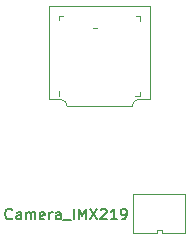
<source format=gto>
%TF.GenerationSoftware,KiCad,Pcbnew,8.0.0-rc1*%
%TF.CreationDate,2025-03-12T12:31:09+03:00*%
%TF.ProjectId,IMX219_V2.0,494d5832-3139-45f5-9632-2e302e6b6963,rev?*%
%TF.SameCoordinates,Original*%
%TF.FileFunction,Legend,Top*%
%TF.FilePolarity,Positive*%
%FSLAX46Y46*%
G04 Gerber Fmt 4.6, Leading zero omitted, Abs format (unit mm)*
G04 Created by KiCad (PCBNEW 8.0.0-rc1) date 2025-03-12 12:31:09*
%MOMM*%
%LPD*%
G01*
G04 APERTURE LIST*
%ADD10C,0.150000*%
%ADD11C,0.100000*%
%ADD12C,4.300000*%
%ADD13C,3.600000*%
%ADD14R,0.350000X1.350000*%
%ADD15R,0.350000X0.800000*%
%ADD16R,0.800000X0.350000*%
%ADD17C,0.700000*%
%ADD18R,3.500000X3.050000*%
%ADD19R,0.850000X0.850000*%
%ADD20O,0.850000X0.850000*%
G04 APERTURE END LIST*
D10*
X171667255Y-98536342D02*
X171624398Y-98579200D01*
X171624398Y-98579200D02*
X171495826Y-98622057D01*
X171495826Y-98622057D02*
X171410112Y-98622057D01*
X171410112Y-98622057D02*
X171281541Y-98579200D01*
X171281541Y-98579200D02*
X171195826Y-98493485D01*
X171195826Y-98493485D02*
X171152969Y-98407771D01*
X171152969Y-98407771D02*
X171110112Y-98236342D01*
X171110112Y-98236342D02*
X171110112Y-98107771D01*
X171110112Y-98107771D02*
X171152969Y-97936342D01*
X171152969Y-97936342D02*
X171195826Y-97850628D01*
X171195826Y-97850628D02*
X171281541Y-97764914D01*
X171281541Y-97764914D02*
X171410112Y-97722057D01*
X171410112Y-97722057D02*
X171495826Y-97722057D01*
X171495826Y-97722057D02*
X171624398Y-97764914D01*
X171624398Y-97764914D02*
X171667255Y-97807771D01*
X172438684Y-98622057D02*
X172438684Y-98150628D01*
X172438684Y-98150628D02*
X172395826Y-98064914D01*
X172395826Y-98064914D02*
X172310112Y-98022057D01*
X172310112Y-98022057D02*
X172138684Y-98022057D01*
X172138684Y-98022057D02*
X172052969Y-98064914D01*
X172438684Y-98579200D02*
X172352969Y-98622057D01*
X172352969Y-98622057D02*
X172138684Y-98622057D01*
X172138684Y-98622057D02*
X172052969Y-98579200D01*
X172052969Y-98579200D02*
X172010112Y-98493485D01*
X172010112Y-98493485D02*
X172010112Y-98407771D01*
X172010112Y-98407771D02*
X172052969Y-98322057D01*
X172052969Y-98322057D02*
X172138684Y-98279200D01*
X172138684Y-98279200D02*
X172352969Y-98279200D01*
X172352969Y-98279200D02*
X172438684Y-98236342D01*
X172867255Y-98622057D02*
X172867255Y-98022057D01*
X172867255Y-98107771D02*
X172910112Y-98064914D01*
X172910112Y-98064914D02*
X172995827Y-98022057D01*
X172995827Y-98022057D02*
X173124398Y-98022057D01*
X173124398Y-98022057D02*
X173210112Y-98064914D01*
X173210112Y-98064914D02*
X173252970Y-98150628D01*
X173252970Y-98150628D02*
X173252970Y-98622057D01*
X173252970Y-98150628D02*
X173295827Y-98064914D01*
X173295827Y-98064914D02*
X173381541Y-98022057D01*
X173381541Y-98022057D02*
X173510112Y-98022057D01*
X173510112Y-98022057D02*
X173595827Y-98064914D01*
X173595827Y-98064914D02*
X173638684Y-98150628D01*
X173638684Y-98150628D02*
X173638684Y-98622057D01*
X174410112Y-98579200D02*
X174324398Y-98622057D01*
X174324398Y-98622057D02*
X174152970Y-98622057D01*
X174152970Y-98622057D02*
X174067255Y-98579200D01*
X174067255Y-98579200D02*
X174024398Y-98493485D01*
X174024398Y-98493485D02*
X174024398Y-98150628D01*
X174024398Y-98150628D02*
X174067255Y-98064914D01*
X174067255Y-98064914D02*
X174152970Y-98022057D01*
X174152970Y-98022057D02*
X174324398Y-98022057D01*
X174324398Y-98022057D02*
X174410112Y-98064914D01*
X174410112Y-98064914D02*
X174452970Y-98150628D01*
X174452970Y-98150628D02*
X174452970Y-98236342D01*
X174452970Y-98236342D02*
X174024398Y-98322057D01*
X174838684Y-98622057D02*
X174838684Y-98022057D01*
X174838684Y-98193485D02*
X174881541Y-98107771D01*
X174881541Y-98107771D02*
X174924399Y-98064914D01*
X174924399Y-98064914D02*
X175010113Y-98022057D01*
X175010113Y-98022057D02*
X175095827Y-98022057D01*
X175781542Y-98622057D02*
X175781542Y-98150628D01*
X175781542Y-98150628D02*
X175738684Y-98064914D01*
X175738684Y-98064914D02*
X175652970Y-98022057D01*
X175652970Y-98022057D02*
X175481542Y-98022057D01*
X175481542Y-98022057D02*
X175395827Y-98064914D01*
X175781542Y-98579200D02*
X175695827Y-98622057D01*
X175695827Y-98622057D02*
X175481542Y-98622057D01*
X175481542Y-98622057D02*
X175395827Y-98579200D01*
X175395827Y-98579200D02*
X175352970Y-98493485D01*
X175352970Y-98493485D02*
X175352970Y-98407771D01*
X175352970Y-98407771D02*
X175395827Y-98322057D01*
X175395827Y-98322057D02*
X175481542Y-98279200D01*
X175481542Y-98279200D02*
X175695827Y-98279200D01*
X175695827Y-98279200D02*
X175781542Y-98236342D01*
X175995828Y-98707771D02*
X176681542Y-98707771D01*
X176895827Y-98622057D02*
X176895827Y-97722057D01*
X177324398Y-98622057D02*
X177324398Y-97722057D01*
X177324398Y-97722057D02*
X177624398Y-98364914D01*
X177624398Y-98364914D02*
X177924398Y-97722057D01*
X177924398Y-97722057D02*
X177924398Y-98622057D01*
X178267255Y-97722057D02*
X178867255Y-98622057D01*
X178867255Y-97722057D02*
X178267255Y-98622057D01*
X179167255Y-97807771D02*
X179210112Y-97764914D01*
X179210112Y-97764914D02*
X179295827Y-97722057D01*
X179295827Y-97722057D02*
X179510112Y-97722057D01*
X179510112Y-97722057D02*
X179595827Y-97764914D01*
X179595827Y-97764914D02*
X179638684Y-97807771D01*
X179638684Y-97807771D02*
X179681541Y-97893485D01*
X179681541Y-97893485D02*
X179681541Y-97979200D01*
X179681541Y-97979200D02*
X179638684Y-98107771D01*
X179638684Y-98107771D02*
X179124398Y-98622057D01*
X179124398Y-98622057D02*
X179681541Y-98622057D01*
X180538684Y-98622057D02*
X180024398Y-98622057D01*
X180281541Y-98622057D02*
X180281541Y-97722057D01*
X180281541Y-97722057D02*
X180195827Y-97850628D01*
X180195827Y-97850628D02*
X180110112Y-97936342D01*
X180110112Y-97936342D02*
X180024398Y-97979200D01*
X180967255Y-98622057D02*
X181138684Y-98622057D01*
X181138684Y-98622057D02*
X181224398Y-98579200D01*
X181224398Y-98579200D02*
X181267255Y-98536342D01*
X181267255Y-98536342D02*
X181352970Y-98407771D01*
X181352970Y-98407771D02*
X181395827Y-98236342D01*
X181395827Y-98236342D02*
X181395827Y-97893485D01*
X181395827Y-97893485D02*
X181352970Y-97807771D01*
X181352970Y-97807771D02*
X181310113Y-97764914D01*
X181310113Y-97764914D02*
X181224398Y-97722057D01*
X181224398Y-97722057D02*
X181052970Y-97722057D01*
X181052970Y-97722057D02*
X180967255Y-97764914D01*
X180967255Y-97764914D02*
X180924398Y-97807771D01*
X180924398Y-97807771D02*
X180881541Y-97893485D01*
X180881541Y-97893485D02*
X180881541Y-98107771D01*
X180881541Y-98107771D02*
X180924398Y-98193485D01*
X180924398Y-98193485D02*
X180967255Y-98236342D01*
X180967255Y-98236342D02*
X181052970Y-98279200D01*
X181052970Y-98279200D02*
X181224398Y-98279200D01*
X181224398Y-98279200D02*
X181310113Y-98236342D01*
X181310113Y-98236342D02*
X181352970Y-98193485D01*
X181352970Y-98193485D02*
X181395827Y-98107771D01*
D11*
X174840000Y-80540000D02*
X174840000Y-88470000D01*
X174840000Y-80540000D02*
X183340000Y-80540000D01*
X174840000Y-88470000D02*
X175760000Y-88470000D01*
X175610000Y-81430000D02*
X176000000Y-81430000D01*
X175610000Y-81780000D02*
X175610000Y-81430000D01*
X175680000Y-88200000D02*
X175680000Y-87810000D01*
X176340000Y-89040000D02*
X181840000Y-89040000D01*
X178895000Y-82410000D02*
X178545000Y-82410000D01*
X182130000Y-81420000D02*
X182480000Y-81420000D01*
X182480000Y-81420000D02*
X182480000Y-81810000D01*
X182500000Y-87820000D02*
X182500000Y-88170000D01*
X182500000Y-88170000D02*
X182110000Y-88170000D01*
X183340000Y-80540000D02*
X183340000Y-88470000D01*
X183340000Y-88470000D02*
X182420000Y-88470000D01*
X175775360Y-88475360D02*
G75*
G02*
X176340000Y-89040000I1J-564639D01*
G01*
X181840000Y-89040000D02*
G75*
G02*
X182404640Y-88475360I564640J0D01*
G01*
X181940000Y-99765000D02*
X181940000Y-96515000D01*
X181940000Y-99765000D02*
X183830000Y-99765000D01*
X182635000Y-99765000D02*
X183930000Y-99765000D01*
X183930000Y-99525000D02*
X184340000Y-99525000D01*
X183930000Y-99765000D02*
X183930000Y-99525000D01*
X184340000Y-99525000D02*
X184340000Y-99765000D01*
X186340000Y-96515000D02*
X181940000Y-96515000D01*
X186340000Y-99765000D02*
X184350000Y-99765000D01*
X186340000Y-99765000D02*
X186340000Y-96515000D01*
%LPC*%
D12*
X168090000Y-97490000D03*
D13*
X179090000Y-94790000D03*
X179090000Y-74790000D03*
D12*
X168090000Y-70490000D03*
D14*
X178735000Y-81645000D03*
D15*
X178035000Y-81365000D03*
X177335000Y-81365000D03*
X176635000Y-81365000D03*
D16*
X175660000Y-82340000D03*
X175660000Y-83040000D03*
X175660000Y-83740000D03*
X175660000Y-84440000D03*
X175660000Y-85140000D03*
X175660000Y-85840000D03*
X175660000Y-86540000D03*
X175660000Y-87240000D03*
D15*
X176635000Y-88215000D03*
X177335000Y-88215000D03*
X178035000Y-88215000D03*
X178735000Y-88215000D03*
X179435000Y-88215000D03*
X180135000Y-88215000D03*
X180835000Y-88215000D03*
X181535000Y-88215000D03*
D16*
X182510000Y-87240000D03*
X182510000Y-86540000D03*
X182510000Y-85840000D03*
X182510000Y-85140000D03*
X182510000Y-84440000D03*
X182510000Y-83740000D03*
X182510000Y-83040000D03*
X182510000Y-82340000D03*
D15*
X181535000Y-81365000D03*
X180835000Y-81365000D03*
X180135000Y-81365000D03*
X179435000Y-81365000D03*
D17*
X177710000Y-83630000D03*
X177710000Y-84390000D03*
X177710000Y-85190000D03*
X177710000Y-85950000D03*
X178600000Y-83630000D03*
X178600000Y-84390000D03*
X178600000Y-85190000D03*
X178600000Y-85950000D03*
D18*
X179090000Y-84790000D03*
D17*
X179580000Y-83630000D03*
X179580000Y-84390000D03*
X179580000Y-85190000D03*
X179580000Y-85950000D03*
X180470000Y-83630000D03*
X180470000Y-84390000D03*
X180470000Y-85190000D03*
X180470000Y-85950000D03*
D12*
X190090000Y-97490000D03*
X190090000Y-70490000D03*
D19*
X183515000Y-98515000D03*
D20*
X184765000Y-98515000D03*
%LPD*%
M02*

</source>
